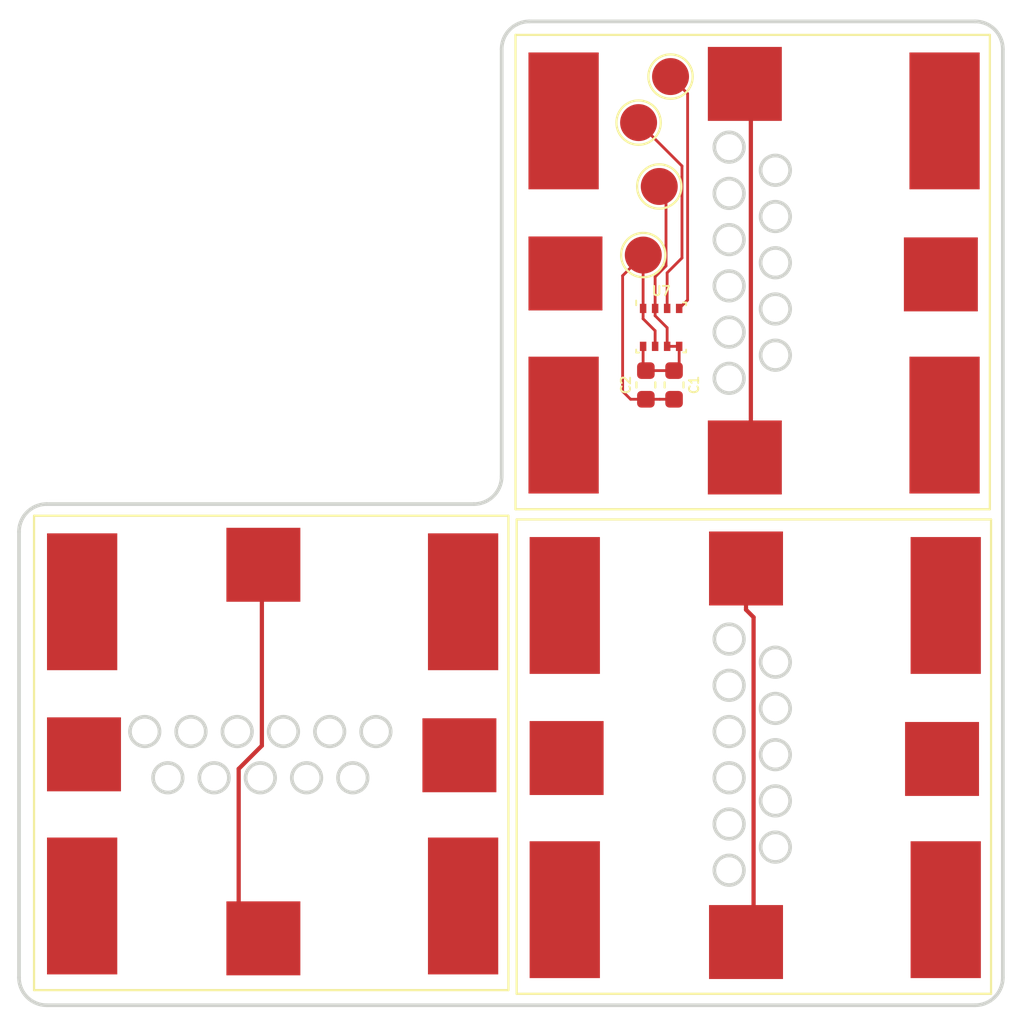
<source format=kicad_pcb>
(kicad_pcb (version 20171130) (host pcbnew "(5.1.10)-1")

  (general
    (thickness 0.8)
    (drawings 45)
    (tracks 43)
    (zones 0)
    (modules 10)
    (nets 26)
  )

  (page A4)
  (title_block
    (title "Perovskite Contact Board")
    (date 2023-07-20)
    (rev V3)
    (company "Aerospace eXperimental Payloads | UNL Aerospace Club")
    (comment 1 "Copyright (c) 2023")
    (comment 2 "Designer: JMMS")
    (comment 3 "Reviewer: WSA")
    (comment 4 "Approved: WSA")
  )

  (layers
    (0 F.Cu signal)
    (31 B.Cu signal)
    (32 B.Adhes user hide)
    (33 F.Adhes user)
    (34 B.Paste user)
    (35 F.Paste user)
    (36 B.SilkS user)
    (37 F.SilkS user)
    (38 B.Mask user)
    (39 F.Mask user)
    (40 Dwgs.User user hide)
    (41 Cmts.User user)
    (42 Eco1.User user hide)
    (43 Eco2.User user)
    (44 Edge.Cuts user)
    (45 Margin user hide)
    (46 B.CrtYd user)
    (47 F.CrtYd user)
    (48 B.Fab user hide)
    (49 F.Fab user hide)
  )

  (setup
    (last_trace_width 0.2286)
    (user_trace_width 0.1524)
    (user_trace_width 0.2286)
    (trace_clearance 0.1524)
    (zone_clearance 0.5)
    (zone_45_only no)
    (trace_min 0.1524)
    (via_size 0.8)
    (via_drill 0.4)
    (via_min_size 0.127)
    (via_min_drill 0.254)
    (user_via 0.508 0.254)
    (uvia_size 0.3)
    (uvia_drill 0.1)
    (uvias_allowed no)
    (uvia_min_size 0.2)
    (uvia_min_drill 0.1)
    (edge_width 0.1)
    (segment_width 0.2)
    (pcb_text_width 0.3)
    (pcb_text_size 1.5 1.5)
    (mod_edge_width 0.1)
    (mod_text_size 0.5 0.5)
    (mod_text_width 0.1)
    (pad_size 3.4 1.8)
    (pad_drill 0)
    (pad_to_mask_clearance 0)
    (aux_axis_origin 0 0)
    (visible_elements 7FFFFFFF)
    (pcbplotparams
      (layerselection 0x010fc_ffffffff)
      (usegerberextensions false)
      (usegerberattributes true)
      (usegerberadvancedattributes true)
      (creategerberjobfile true)
      (excludeedgelayer true)
      (linewidth 0.100000)
      (plotframeref false)
      (viasonmask false)
      (mode 1)
      (useauxorigin false)
      (hpglpennumber 1)
      (hpglpenspeed 20)
      (hpglpendiameter 15.000000)
      (psnegative false)
      (psa4output false)
      (plotreference true)
      (plotvalue true)
      (plotinvisibletext false)
      (padsonsilk false)
      (subtractmaskfromsilk false)
      (outputformat 1)
      (mirror false)
      (drillshape 0)
      (scaleselection 1)
      (outputdirectory "Gerbers"))
  )

  (net 0 "")
  (net 1 CELL_1)
  (net 2 CELL_2)
  (net 3 CELL_3)
  (net 4 CELL_4)
  (net 5 CELL_5)
  (net 6 CELL_6)
  (net 7 CP_1)
  (net 8 CELL_12)
  (net 9 CELL_11)
  (net 10 CELL_10)
  (net 11 CELL_9)
  (net 12 CELL_8)
  (net 13 CELL_7)
  (net 14 CP_2)
  (net 15 CELL_13)
  (net 16 CELL_14)
  (net 17 CELL_15)
  (net 18 CELL_16)
  (net 19 CELL_17)
  (net 20 CELL_18)
  (net 21 CP_3)
  (net 22 GND)
  (net 23 VDD)
  (net 24 SCL3)
  (net 25 SDA2)

  (net_class Default "This is the default net class."
    (clearance 0.1524)
    (trace_width 0.1524)
    (via_dia 0.8)
    (via_drill 0.4)
    (uvia_dia 0.3)
    (uvia_drill 0.1)
    (add_net CELL_1)
    (add_net CELL_10)
    (add_net CELL_11)
    (add_net CELL_12)
    (add_net CELL_13)
    (add_net CELL_14)
    (add_net CELL_15)
    (add_net CELL_16)
    (add_net CELL_17)
    (add_net CELL_18)
    (add_net CELL_2)
    (add_net CELL_3)
    (add_net CELL_4)
    (add_net CELL_5)
    (add_net CELL_6)
    (add_net CELL_7)
    (add_net CELL_8)
    (add_net CELL_9)
    (add_net CP_1)
    (add_net CP_2)
    (add_net CP_3)
    (add_net GND)
    (add_net SCL3)
    (add_net SDA2)
    (add_net VDD)
  )

  (module Package_LGA:Bosch_LGA-8_2.5x2.5mm_P0.65mm_ClockwisePinNumbering (layer F.Cu) (tedit 5A0FA816) (tstamp 64F84042)
    (at 157.988 87.4268)
    (descr LGA-8)
    (tags "lga land grid array")
    (path /64F7CCC1)
    (attr smd)
    (fp_text reference U7 (at 0 -1.9685) (layer F.SilkS)
      (effects (font (size 0.5 0.5) (thickness 0.1)))
    )
    (fp_text value BME280 (at 0.015 2.535) (layer F.Fab)
      (effects (font (size 1 1) (thickness 0.15)))
    )
    (fp_line (start -1.35 1.36) (end -1.2 1.36) (layer F.SilkS) (width 0.1))
    (fp_line (start -1.25 -0.5) (end -0.5 -1.25) (layer F.Fab) (width 0.1))
    (fp_line (start -1.35 1.35) (end -1.35 1.2) (layer F.SilkS) (width 0.1))
    (fp_line (start 1.35 1.35) (end 1.35 1.2) (layer F.SilkS) (width 0.1))
    (fp_line (start 1.35 1.35) (end 1.2 1.35) (layer F.SilkS) (width 0.1))
    (fp_line (start 1.2 -1.35) (end 1.35 -1.35) (layer F.SilkS) (width 0.1))
    (fp_line (start 1.35 -1.35) (end 1.35 -1.2) (layer F.SilkS) (width 0.1))
    (fp_line (start -1.35 -1.2) (end -1.35 -1.45) (layer F.SilkS) (width 0.1))
    (fp_line (start -1.25 1.25) (end -1.25 -0.5) (layer F.Fab) (width 0.1))
    (fp_line (start -0.5 -1.25) (end 1.25 -1.25) (layer F.Fab) (width 0.1))
    (fp_line (start 1.25 -1.25) (end 1.25 1.25) (layer F.Fab) (width 0.1))
    (fp_line (start 1.25 1.25) (end -1.25 1.25) (layer F.Fab) (width 0.1))
    (fp_line (start -1.41 1.54) (end -1.41 -1.54) (layer F.CrtYd) (width 0.05))
    (fp_line (start -1.41 -1.54) (end 1.41 -1.54) (layer F.CrtYd) (width 0.05))
    (fp_line (start 1.41 -1.54) (end 1.41 1.54) (layer F.CrtYd) (width 0.05))
    (fp_line (start 1.41 1.54) (end -1.41 1.54) (layer F.CrtYd) (width 0.05))
    (fp_text user %R (at 0 0 -180) (layer F.Fab)
      (effects (font (size 0.5 0.5) (thickness 0.075)))
    )
    (pad 5 smd rect (at 0.975 1.025 90) (size 0.5 0.35) (layers F.Cu F.Paste F.Mask)
      (net 23 VDD))
    (pad 6 smd rect (at 0.325 1.025 90) (size 0.5 0.35) (layers F.Cu F.Paste F.Mask)
      (net 23 VDD))
    (pad 7 smd rect (at -0.325 1.025 90) (size 0.5 0.35) (layers F.Cu F.Paste F.Mask)
      (net 22 GND))
    (pad 8 smd rect (at -0.975 1.025 90) (size 0.5 0.35) (layers F.Cu F.Paste F.Mask)
      (net 23 VDD))
    (pad 1 smd rect (at -0.975 -1.025 90) (size 0.5 0.35) (layers F.Cu F.Paste F.Mask)
      (net 22 GND))
    (pad 2 smd rect (at -0.325 -1.025 90) (size 0.5 0.35) (layers F.Cu F.Paste F.Mask)
      (net 23 VDD))
    (pad 3 smd rect (at 0.325 -1.025 90) (size 0.5 0.35) (layers F.Cu F.Paste F.Mask)
      (net 25 SDA2))
    (pad 4 smd rect (at 0.975 -1.025 90) (size 0.5 0.35) (layers F.Cu F.Paste F.Mask)
      (net 24 SCL3))
    (model ${KISYS3DMOD}/Package_LGA.3dshapes/Bosch_LGA-8_2.5x2.5mm_P0.65mm_ClockwisePinNumbering.wrl
      (offset (xyz 0.01500000025472259 -0.03500000059435272 0))
      (scale (xyz 1 1 1))
      (rotate (xyz 0 0 0))
    )
  )

  (module Capacitor_SMD:C_0603_1608Metric (layer F.Cu) (tedit 5F68FEEE) (tstamp 64F817B7)
    (at 157.1625 90.5383 270)
    (descr "Capacitor SMD 0603 (1608 Metric), square (rectangular) end terminal, IPC_7351 nominal, (Body size source: IPC-SM-782 page 76, https://www.pcb-3d.com/wordpress/wp-content/uploads/ipc-sm-782a_amendment_1_and_2.pdf), generated with kicad-footprint-generator")
    (tags capacitor)
    (path /64F85588)
    (attr smd)
    (fp_text reference C2 (at 0 1.0795 270) (layer F.SilkS)
      (effects (font (size 0.5 0.5) (thickness 0.1)))
    )
    (fp_text value 0.1u (at 0 1.43 270) (layer F.Fab)
      (effects (font (size 1 1) (thickness 0.15)))
    )
    (fp_line (start -0.8 0.4) (end -0.8 -0.4) (layer F.Fab) (width 0.1))
    (fp_line (start -0.8 -0.4) (end 0.8 -0.4) (layer F.Fab) (width 0.1))
    (fp_line (start 0.8 -0.4) (end 0.8 0.4) (layer F.Fab) (width 0.1))
    (fp_line (start 0.8 0.4) (end -0.8 0.4) (layer F.Fab) (width 0.1))
    (fp_line (start -0.14058 -0.51) (end 0.14058 -0.51) (layer F.SilkS) (width 0.12))
    (fp_line (start -0.14058 0.51) (end 0.14058 0.51) (layer F.SilkS) (width 0.12))
    (fp_line (start -1.48 0.73) (end -1.48 -0.73) (layer F.CrtYd) (width 0.05))
    (fp_line (start -1.48 -0.73) (end 1.48 -0.73) (layer F.CrtYd) (width 0.05))
    (fp_line (start 1.48 -0.73) (end 1.48 0.73) (layer F.CrtYd) (width 0.05))
    (fp_line (start 1.48 0.73) (end -1.48 0.73) (layer F.CrtYd) (width 0.05))
    (fp_text user %R (at 0 0 270) (layer F.Fab)
      (effects (font (size 0.4 0.4) (thickness 0.06)))
    )
    (pad 2 smd roundrect (at 0.775 0 270) (size 0.9 0.95) (layers F.Cu F.Paste F.Mask) (roundrect_rratio 0.25)
      (net 22 GND))
    (pad 1 smd roundrect (at -0.775 0 270) (size 0.9 0.95) (layers F.Cu F.Paste F.Mask) (roundrect_rratio 0.25)
      (net 23 VDD))
    (model ${KISYS3DMOD}/Capacitor_SMD.3dshapes/C_0603_1608Metric.wrl
      (at (xyz 0 0 0))
      (scale (xyz 1 1 1))
      (rotate (xyz 0 0 0))
    )
  )

  (module Capacitor_SMD:C_0603_1608Metric (layer F.Cu) (tedit 5F68FEEE) (tstamp 64F817A6)
    (at 158.6865 90.5383 270)
    (descr "Capacitor SMD 0603 (1608 Metric), square (rectangular) end terminal, IPC_7351 nominal, (Body size source: IPC-SM-782 page 76, https://www.pcb-3d.com/wordpress/wp-content/uploads/ipc-sm-782a_amendment_1_and_2.pdf), generated with kicad-footprint-generator")
    (tags capacitor)
    (path /64F92513)
    (attr smd)
    (fp_text reference C1 (at 0 -1.0795 270) (layer F.SilkS)
      (effects (font (size 0.5 0.5) (thickness 0.1)))
    )
    (fp_text value 0.1u (at 0 1.43 270) (layer F.Fab)
      (effects (font (size 1 1) (thickness 0.15)))
    )
    (fp_line (start -0.8 0.4) (end -0.8 -0.4) (layer F.Fab) (width 0.1))
    (fp_line (start -0.8 -0.4) (end 0.8 -0.4) (layer F.Fab) (width 0.1))
    (fp_line (start 0.8 -0.4) (end 0.8 0.4) (layer F.Fab) (width 0.1))
    (fp_line (start 0.8 0.4) (end -0.8 0.4) (layer F.Fab) (width 0.1))
    (fp_line (start -0.14058 -0.51) (end 0.14058 -0.51) (layer F.SilkS) (width 0.12))
    (fp_line (start -0.14058 0.51) (end 0.14058 0.51) (layer F.SilkS) (width 0.12))
    (fp_line (start -1.48 0.73) (end -1.48 -0.73) (layer F.CrtYd) (width 0.05))
    (fp_line (start -1.48 -0.73) (end 1.48 -0.73) (layer F.CrtYd) (width 0.05))
    (fp_line (start 1.48 -0.73) (end 1.48 0.73) (layer F.CrtYd) (width 0.05))
    (fp_line (start 1.48 0.73) (end -1.48 0.73) (layer F.CrtYd) (width 0.05))
    (fp_text user %R (at 0 0 270) (layer F.Fab)
      (effects (font (size 0.4 0.4) (thickness 0.06)))
    )
    (pad 2 smd roundrect (at 0.775 0 270) (size 0.9 0.95) (layers F.Cu F.Paste F.Mask) (roundrect_rratio 0.25)
      (net 22 GND))
    (pad 1 smd roundrect (at -0.775 0 270) (size 0.9 0.95) (layers F.Cu F.Paste F.Mask) (roundrect_rratio 0.25)
      (net 23 VDD))
    (model ${KISYS3DMOD}/Capacitor_SMD.3dshapes/C_0603_1608Metric.wrl
      (at (xyz 0 0 0))
      (scale (xyz 1 1 1))
      (rotate (xyz 0 0 0))
    )
  )

  (module Perovskite:Perovskite (layer F.Cu) (tedit 6368C0DA) (tstamp 64F830F9)
    (at 150.1775 123.463 90)
    (path /63690578)
    (fp_text reference U3 (at 0 0.5 90) (layer F.SilkS) hide
      (effects (font (size 0.5 0.5) (thickness 0.1)))
    )
    (fp_text value Perovskite_CP_6_Cell (at 0 -0.5 90) (layer F.Fab)
      (effects (font (size 1 1) (thickness 0.15)))
    )
    (fp_line (start 0 0) (end 25.65 0) (layer F.SilkS) (width 0.12))
    (fp_line (start 0 25.65) (end 25.65 25.65) (layer F.SilkS) (width 0.12))
    (fp_line (start 25.65 0) (end 25.65 25.65) (layer F.SilkS) (width 0.12))
    (fp_line (start 0 0) (end 0 25.65) (layer F.SilkS) (width 0.12))
    (fp_line (start 0 0) (end 25.65 25.65) (layer Eco1.User) (width 0.12))
    (fp_line (start 0 25.65) (end 25.65 0) (layer Eco1.User) (width 0.12))
    (pad 7 smd rect (at 23 12.4 90) (size 4 4) (layers F.Cu F.Paste F.Mask)
      (net 21 CP_3))
    (pad 7 smd rect (at 2.8 12.4 90) (size 4 4) (layers F.Cu F.Paste F.Mask)
      (net 21 CP_3))
    (pad 5 smd rect (at 12.7 23 90) (size 4 4) (layers F.Cu F.Paste F.Mask)
      (net 19 CELL_17))
    (pad 2 smd rect (at 12.75 2.7 90) (size 4 4) (layers F.Cu F.Paste F.Mask)
      (net 16 CELL_14))
    (pad 6 smd rect (at 4.55 23.2 90) (size 7.4 3.8) (layers F.Cu F.Paste F.Mask)
      (net 20 CELL_18))
    (pad 4 smd rect (at 21 23.2 90) (size 7.4 3.8) (layers F.Cu F.Paste F.Mask)
      (net 18 CELL_16))
    (pad 3 smd rect (at 21 2.6 90) (size 7.4 3.8) (layers F.Cu F.Paste F.Mask)
      (net 17 CELL_15))
    (pad 1 smd rect (at 4.55 2.6 90) (size 7.4 3.8) (layers F.Cu F.Paste F.Mask)
      (net 15 CELL_13))
    (model "${KIPRJMOD}/KiCAD Parts/Perovskite/Perovskite v2.step"
      (offset (xyz 12.5 -12.5 0))
      (scale (xyz 1 1 1))
      (rotate (xyz -90 0 0))
    )
  )

  (module TestPoint:TestPoint_Pad_D2.0mm (layer F.Cu) (tedit 5A0F774F) (tstamp 64B95F9D)
    (at 156.7688 76.3524)
    (descr "SMD pad as test Point, diameter 2.0mm")
    (tags "test point SMD pad")
    (path /64BA5C01)
    (attr virtual)
    (fp_text reference JP103.8 (at 0 -1.998) (layer Dwgs.User) hide
      (effects (font (size 1 1) (thickness 0.15)))
    )
    (fp_text value Conn_01x01 (at 0 2.05) (layer F.Fab)
      (effects (font (size 1 1) (thickness 0.15)))
    )
    (fp_circle (center 0 0) (end 0 1.2) (layer F.SilkS) (width 0.12))
    (fp_circle (center 0 0) (end 1.5 0) (layer F.CrtYd) (width 0.05))
    (fp_text user %R (at 0 -2) (layer F.Fab)
      (effects (font (size 1 1) (thickness 0.15)))
    )
    (pad 1 smd circle (at 0 0) (size 2 2) (layers F.Cu F.Mask)
      (net 25 SDA2))
  )

  (module TestPoint:TestPoint_Pad_D2.0mm (layer F.Cu) (tedit 5A0F774F) (tstamp 64B95F95)
    (at 158.496 73.8632)
    (descr "SMD pad as test Point, diameter 2.0mm")
    (tags "test point SMD pad")
    (path /64BA5848)
    (attr virtual)
    (fp_text reference JP103.11 (at 0 -1.998) (layer Dwgs.User) hide
      (effects (font (size 1 1) (thickness 0.15)))
    )
    (fp_text value Conn_01x01 (at 0 2.05) (layer F.Fab)
      (effects (font (size 1 1) (thickness 0.15)))
    )
    (fp_circle (center 0 0) (end 0 1.2) (layer F.SilkS) (width 0.12))
    (fp_circle (center 0 0) (end 1.5 0) (layer F.CrtYd) (width 0.05))
    (fp_text user %R (at 0 -2) (layer F.Fab)
      (effects (font (size 1 1) (thickness 0.15)))
    )
    (pad 1 smd circle (at 0 0) (size 2 2) (layers F.Cu F.Mask)
      (net 24 SCL3))
  )

  (module Perovskite:Perovskite (layer F.Cu) (tedit 6368C0DA) (tstamp 64B48492)
    (at 124.079 123.263 90)
    (path /6368D231)
    (fp_text reference U2 (at 0 0.5 90) (layer F.SilkS) hide
      (effects (font (size 0.5 0.5) (thickness 0.1)))
    )
    (fp_text value Perovskite_CP_6_Cell (at 0 -0.5 90) (layer F.Fab)
      (effects (font (size 1 1) (thickness 0.15)))
    )
    (fp_line (start 0 0) (end 25.65 0) (layer F.SilkS) (width 0.12))
    (fp_line (start 0 25.65) (end 25.65 25.65) (layer F.SilkS) (width 0.12))
    (fp_line (start 25.65 0) (end 25.65 25.65) (layer F.SilkS) (width 0.12))
    (fp_line (start 0 0) (end 0 25.65) (layer F.SilkS) (width 0.12))
    (fp_line (start 0 0) (end 25.65 25.65) (layer Eco1.User) (width 0.12))
    (fp_line (start 0 25.65) (end 25.65 0) (layer Eco1.User) (width 0.12))
    (pad 7 smd rect (at 23 12.4 90) (size 4 4) (layers F.Cu F.Paste F.Mask)
      (net 14 CP_2))
    (pad 7 smd rect (at 2.8 12.4 90) (size 4 4) (layers F.Cu F.Paste F.Mask)
      (net 14 CP_2))
    (pad 5 smd rect (at 12.7 23 90) (size 4 4) (layers F.Cu F.Paste F.Mask)
      (net 9 CELL_11))
    (pad 2 smd rect (at 12.75 2.7 90) (size 4 4) (layers F.Cu F.Paste F.Mask)
      (net 12 CELL_8))
    (pad 6 smd rect (at 4.55 23.2 90) (size 7.4 3.8) (layers F.Cu F.Paste F.Mask)
      (net 8 CELL_12))
    (pad 4 smd rect (at 21 23.2 90) (size 7.4 3.8) (layers F.Cu F.Paste F.Mask)
      (net 10 CELL_10))
    (pad 3 smd rect (at 21 2.6 90) (size 7.4 3.8) (layers F.Cu F.Paste F.Mask)
      (net 11 CELL_9))
    (pad 1 smd rect (at 4.55 2.6 90) (size 7.4 3.8) (layers F.Cu F.Paste F.Mask)
      (net 13 CELL_7))
    (model "${KIPRJMOD}/KiCAD Parts/Perovskite/Perovskite v2.step"
      (offset (xyz 12.5 -12.5 0))
      (scale (xyz 1 1 1))
      (rotate (xyz -90 0 0))
    )
  )

  (module TestPoint:TestPoint_Pad_D2.0mm (layer F.Cu) (tedit 5A0F774F) (tstamp 64B4844A)
    (at 157.8864 79.8068 180)
    (descr "SMD pad as test Point, diameter 2.0mm")
    (tags "test point SMD pad")
    (path /64B5D102)
    (attr virtual)
    (fp_text reference JP103.2 (at 0 1.905) (layer F.SilkS) hide
      (effects (font (size 0.5 0.5) (thickness 0.1)))
    )
    (fp_text value Conn_01x01 (at 0 2.05) (layer F.Fab)
      (effects (font (size 1 1) (thickness 0.15)))
    )
    (fp_circle (center 0 0) (end 0 1.2) (layer F.SilkS) (width 0.12))
    (fp_circle (center 0 0) (end 1.5 0) (layer F.CrtYd) (width 0.05))
    (fp_text user %R (at 0 -2) (layer F.Fab)
      (effects (font (size 1 1) (thickness 0.15)))
    )
    (pad 1 smd circle (at 0 0 180) (size 2 2) (layers F.Cu F.Mask)
      (net 23 VDD))
  )

  (module TestPoint:TestPoint_Pad_D2.0mm (layer F.Cu) (tedit 5A0F774F) (tstamp 64B48438)
    (at 157.0228 83.5152 270)
    (descr "SMD pad as test Point, diameter 2.0mm")
    (tags "test point SMD pad")
    (path /64B5D0FC)
    (attr virtual)
    (fp_text reference JP103.1 (at -1.905 0 180) (layer F.SilkS) hide
      (effects (font (size 0.5 0.5) (thickness 0.1)))
    )
    (fp_text value Conn_01x01 (at 0 2.05 270) (layer F.Fab) hide
      (effects (font (size 1 1) (thickness 0.15)))
    )
    (fp_circle (center 0 0) (end 1.5 0) (layer F.CrtYd) (width 0.05))
    (fp_circle (center 0 0) (end 0 1.2) (layer F.SilkS) (width 0.12))
    (fp_text user %R (at 0 -2 270) (layer F.Fab)
      (effects (font (size 1 1) (thickness 0.15)))
    )
    (pad 1 smd circle (at 0 0 270) (size 2 2) (layers F.Cu F.Mask)
      (net 22 GND))
  )

  (module Perovskite:Perovskite (layer F.Cu) (tedit 6368C0DA) (tstamp 64D66224)
    (at 150.114 97.26 90)
    (path /636879E9)
    (fp_text reference U1 (at 0 0.5 90) (layer F.SilkS) hide
      (effects (font (size 0.5 0.5) (thickness 0.1)))
    )
    (fp_text value Perovskite_CP_6_Cell (at 0 -0.5 90) (layer F.Fab)
      (effects (font (size 1 1) (thickness 0.15)))
    )
    (fp_line (start 0 0) (end 25.65 0) (layer F.SilkS) (width 0.12))
    (fp_line (start 0 25.65) (end 25.65 25.65) (layer F.SilkS) (width 0.12))
    (fp_line (start 25.65 0) (end 25.65 25.65) (layer F.SilkS) (width 0.12))
    (fp_line (start 0 0) (end 0 25.65) (layer F.SilkS) (width 0.12))
    (fp_line (start 0 0) (end 25.65 25.65) (layer Eco1.User) (width 0.12))
    (fp_line (start 0 25.65) (end 25.65 0) (layer Eco1.User) (width 0.12))
    (pad 7 smd rect (at 23 12.4 90) (size 4 4) (layers F.Cu F.Paste F.Mask)
      (net 7 CP_1))
    (pad 7 smd rect (at 2.8 12.4 90) (size 4 4) (layers F.Cu F.Paste F.Mask)
      (net 7 CP_1))
    (pad 5 smd rect (at 12.7 23 90) (size 4 4) (layers F.Cu F.Paste F.Mask)
      (net 5 CELL_5))
    (pad 2 smd rect (at 12.75 2.7 90) (size 4 4) (layers F.Cu F.Paste F.Mask)
      (net 2 CELL_2))
    (pad 6 smd rect (at 4.55 23.2 90) (size 7.4 3.8) (layers F.Cu F.Paste F.Mask)
      (net 6 CELL_6))
    (pad 4 smd rect (at 21 23.2 90) (size 7.4 3.8) (layers F.Cu F.Paste F.Mask)
      (net 4 CELL_4))
    (pad 3 smd rect (at 21 2.6 90) (size 7.4 3.8) (layers F.Cu F.Paste F.Mask)
      (net 3 CELL_3))
    (pad 1 smd rect (at 4.55 2.6 90) (size 7.4 3.8) (layers F.Cu F.Paste F.Mask)
      (net 1 CELL_1))
    (model "${KIPRJMOD}/KiCAD Parts/Perovskite/Perovskite v2.step"
      (offset (xyz 12.5 -12.5 0))
      (scale (xyz 1 1 1))
      (rotate (xyz -90 0 0))
    )
  )

  (gr_circle (center 161.6648 77.680401) (end 162.4648 77.680401) (layer Edge.Cuts) (width 0.2))
  (gr_circle (center 161.6648 82.680401) (end 162.4648 82.680401) (layer Edge.Cuts) (width 0.2))
  (gr_circle (center 164.1648 88.930401) (end 164.9648 88.930401) (layer Edge.Cuts) (width 0.2))
  (gr_circle (center 164.1648 113.0304) (end 164.9648 113.0304) (layer Edge.Cuts) (width 0.2))
  (gr_circle (center 142.5648 109.280401) (end 143.3648 109.280401) (layer Edge.Cuts) (width 0.2))
  (gr_circle (center 161.6648 80.180401) (end 162.4648 80.180401) (layer Edge.Cuts) (width 0.2))
  (gr_circle (center 161.6648 87.680401) (end 162.4648 87.680401) (layer Edge.Cuts) (width 0.2))
  (gr_circle (center 164.1648 115.5304) (end 164.9648 115.5304) (layer Edge.Cuts) (width 0.2))
  (gr_circle (center 141.3148 111.780401) (end 142.1148 111.780401) (layer Edge.Cuts) (width 0.2))
  (gr_circle (center 164.1648 83.930401) (end 164.9648 83.930401) (layer Edge.Cuts) (width 0.2))
  (gr_circle (center 137.5648 109.280401) (end 138.3648 109.280401) (layer Edge.Cuts) (width 0.2))
  (gr_circle (center 138.8148 111.780401) (end 139.6148 111.780401) (layer Edge.Cuts) (width 0.2))
  (gr_circle (center 132.5648 109.280401) (end 133.3648 109.280401) (layer Edge.Cuts) (width 0.2))
  (gr_circle (center 133.8148 111.780401) (end 134.6148 111.780401) (layer Edge.Cuts) (width 0.2))
  (gr_circle (center 131.3148 111.780401) (end 132.1148 111.780401) (layer Edge.Cuts) (width 0.2))
  (gr_circle (center 161.6648 106.780401) (end 162.4648 106.780401) (layer Edge.Cuts) (width 0.2))
  (gr_circle (center 161.6648 111.780401) (end 162.4648 111.780401) (layer Edge.Cuts) (width 0.2))
  (gr_circle (center 161.6648 114.2804) (end 162.4648 114.2804) (layer Edge.Cuts) (width 0.2))
  (gr_circle (center 161.6648 116.7804) (end 162.4648 116.7804) (layer Edge.Cuts) (width 0.2))
  (gr_circle (center 161.6648 104.280401) (end 162.4648 104.280401) (layer Edge.Cuts) (width 0.2))
  (gr_circle (center 136.3148 111.780401) (end 137.1148 111.780401) (layer Edge.Cuts) (width 0.2))
  (gr_circle (center 164.1648 110.530401) (end 164.9648 110.530401) (layer Edge.Cuts) (width 0.2))
  (gr_circle (center 164.1648 81.430401) (end 164.9648 81.430401) (layer Edge.Cuts) (width 0.2))
  (gr_circle (center 164.1648 78.930401) (end 164.9648 78.930401) (layer Edge.Cuts) (width 0.2))
  (gr_circle (center 161.6648 85.180401) (end 162.4648 85.180401) (layer Edge.Cuts) (width 0.2))
  (gr_circle (center 140.0648 109.280401) (end 140.8648 109.280401) (layer Edge.Cuts) (width 0.2))
  (gr_circle (center 161.6648 90.180401) (end 162.4648 90.180401) (layer Edge.Cuts) (width 0.2))
  (gr_circle (center 164.1648 86.430401) (end 164.9648 86.430401) (layer Edge.Cuts) (width 0.2))
  (gr_circle (center 135.0648 109.280401) (end 135.8648 109.280401) (layer Edge.Cuts) (width 0.2))
  (gr_circle (center 161.6648 109.280401) (end 162.4648 109.280401) (layer Edge.Cuts) (width 0.2))
  (gr_circle (center 164.1648 105.530401) (end 164.9648 105.530401) (layer Edge.Cuts) (width 0.2))
  (gr_line (start 149.3648 72.380401) (end 149.3648 95.480401) (layer Edge.Cuts) (width 0.2))
  (gr_line (start 124.7648 124.0804) (end 174.964799 124.0804) (layer Edge.Cuts) (width 0.2))
  (gr_circle (center 164.1648 108.030401) (end 164.9648 108.030401) (layer Edge.Cuts) (width 0.2))
  (gr_arc (start 124.7648 98.480401) (end 124.7648 96.980401) (angle -90) (layer Edge.Cuts) (width 0.2))
  (gr_line (start 174.964799 70.880401) (end 150.8648 70.880401) (layer Edge.Cuts) (width 0.2))
  (gr_arc (start 174.964799 72.380401) (end 176.464799 72.380401) (angle -90) (layer Edge.Cuts) (width 0.2))
  (gr_line (start 123.2648 98.480401) (end 123.2648 122.5804) (layer Edge.Cuts) (width 0.2))
  (gr_circle (center 130.0648 109.280401) (end 130.8648 109.280401) (layer Edge.Cuts) (width 0.2))
  (gr_arc (start 147.8648 95.480401) (end 147.8648 96.980401) (angle -90) (layer Edge.Cuts) (width 0.2))
  (gr_line (start 147.8648 96.980401) (end 124.7648 96.980401) (layer Edge.Cuts) (width 0.2))
  (gr_line (start 176.464799 122.5804) (end 176.464799 72.380401) (layer Edge.Cuts) (width 0.2))
  (gr_arc (start 150.8648 72.380401) (end 150.8648 70.880401) (angle -90) (layer Edge.Cuts) (width 0.2))
  (gr_arc (start 174.964799 122.5804) (end 174.964799 124.0804) (angle -90) (layer Edge.Cuts) (width 0.2))
  (gr_arc (start 124.7648 122.5804) (end 123.2648 122.5804) (angle -90) (layer Edge.Cuts) (width 0.2))

  (segment (start 162.839647 94.134353) (end 162.514 94.46) (width 0.2286) (layer F.Cu) (net 7))
  (segment (start 162.839647 74.585647) (end 162.839647 94.134353) (width 0.2286) (layer F.Cu) (net 7))
  (segment (start 162.514 74.26) (end 162.839647 74.585647) (width 0.2286) (layer F.Cu) (net 7))
  (segment (start 135.144586 119.128586) (end 136.479 120.463) (width 0.2286) (layer F.Cu) (net 14))
  (segment (start 135.144586 111.297642) (end 135.144586 119.128586) (width 0.2286) (layer F.Cu) (net 14))
  (segment (start 136.398588 110.04364) (end 135.144586 111.297642) (width 0.2286) (layer F.Cu) (net 14))
  (segment (start 136.398588 100.343412) (end 136.398588 110.04364) (width 0.2286) (layer F.Cu) (net 14))
  (segment (start 136.479 100.263) (end 136.398588 100.343412) (width 0.2286) (layer F.Cu) (net 14))
  (segment (start 162.986782 120.253718) (end 162.5775 120.663) (width 0.2286) (layer F.Cu) (net 21))
  (segment (start 162.986782 103.100882) (end 162.986782 120.253718) (width 0.2286) (layer F.Cu) (net 21))
  (segment (start 162.5775 102.6916) (end 162.986782 103.100882) (width 0.2286) (layer F.Cu) (net 21))
  (segment (start 162.5775 100.463) (end 162.5775 102.6916) (width 0.2286) (layer F.Cu) (net 21))
  (segment (start 157.013 83.525) (end 157.0228 83.5152) (width 0.1524) (layer F.Cu) (net 22))
  (segment (start 157.013 86.4018) (end 157.013 83.525) (width 0.1524) (layer F.Cu) (net 22))
  (segment (start 157.9121 91.3133) (end 158.6865 91.3133) (width 0.1524) (layer F.Cu) (net 22))
  (segment (start 157.1625 91.3133) (end 157.9121 91.3133) (width 0.1524) (layer F.Cu) (net 22))
  (segment (start 157.013 86.4018) (end 157.013 86.9598) (width 0.1524) (layer F.Cu) (net 22))
  (segment (start 157.663 87.6098) (end 157.663 88.4518) (width 0.1524) (layer F.Cu) (net 22))
  (segment (start 157.013 86.9598) (end 157.663 87.6098) (width 0.1524) (layer F.Cu) (net 22))
  (segment (start 157.1625 91.3133) (end 156.3373 91.3133) (width 0.1524) (layer F.Cu) (net 22))
  (segment (start 156.3373 91.3133) (end 155.9052 90.8812) (width 0.1524) (layer F.Cu) (net 22))
  (segment (start 155.9052 84.6328) (end 157.0228 83.5152) (width 0.1524) (layer F.Cu) (net 22))
  (segment (start 155.9052 90.8812) (end 155.9052 84.6328) (width 0.1524) (layer F.Cu) (net 22))
  (segment (start 158.251401 80.171801) (end 157.8864 79.8068) (width 0.1524) (layer F.Cu) (net 23))
  (segment (start 158.251401 84.104929) (end 158.251401 80.171801) (width 0.1524) (layer F.Cu) (net 23))
  (segment (start 157.663 84.69333) (end 158.251401 84.104929) (width 0.1524) (layer F.Cu) (net 23))
  (segment (start 157.663 86.4018) (end 157.663 84.69333) (width 0.1524) (layer F.Cu) (net 23))
  (segment (start 157.663 86.4018) (end 157.663 86.797) (width 0.1524) (layer F.Cu) (net 23))
  (segment (start 158.313 87.447) (end 158.313 88.4518) (width 0.1524) (layer F.Cu) (net 23))
  (segment (start 157.663 86.797) (end 158.313 87.447) (width 0.1524) (layer F.Cu) (net 23))
  (segment (start 158.963 88.4518) (end 158.313 88.4518) (width 0.1524) (layer F.Cu) (net 23))
  (segment (start 157.013 89.6138) (end 157.1625 89.7633) (width 0.1524) (layer F.Cu) (net 23))
  (segment (start 157.013 88.4518) (end 157.013 89.6138) (width 0.1524) (layer F.Cu) (net 23))
  (segment (start 158.963 89.4868) (end 158.6865 89.7633) (width 0.1524) (layer F.Cu) (net 23))
  (segment (start 158.963 88.4518) (end 158.963 89.4868) (width 0.1524) (layer F.Cu) (net 23))
  (segment (start 157.1625 89.7633) (end 158.6865 89.7633) (width 0.1524) (layer F.Cu) (net 23))
  (segment (start 159.419811 74.787011) (end 158.496 73.8632) (width 0.1524) (layer F.Cu) (net 24))
  (segment (start 159.419811 85.944989) (end 159.419811 74.787011) (width 0.1524) (layer F.Cu) (net 24))
  (segment (start 158.963 86.4018) (end 159.419811 85.944989) (width 0.1524) (layer F.Cu) (net 24))
  (segment (start 159.115001 78.698601) (end 156.7688 76.3524) (width 0.1524) (layer F.Cu) (net 25))
  (segment (start 159.115001 83.672395) (end 159.115001 78.698601) (width 0.1524) (layer F.Cu) (net 25))
  (segment (start 158.313 84.474396) (end 159.115001 83.672395) (width 0.1524) (layer F.Cu) (net 25))
  (segment (start 158.313 86.4018) (end 158.313 84.474396) (width 0.1524) (layer F.Cu) (net 25))

  (zone (net 22) (net_name GND) (layer B.Cu) (tstamp 64FD0493) (hatch edge 0.508)
    (connect_pads (clearance 0.1524))
    (min_thickness 0.1524)
    (fill yes (arc_segments 32) (thermal_gap 0.254) (thermal_bridge_width 0.254))
    (polygon
      (pts
        (xy 175.8315 71.5645) (xy 176.3395 72.3265) (xy 176.5935 73.596469) (xy 176.5935 121.3485) (xy 176.3395 122.1105)
        (xy 176.085788 122.6185) (xy 175.8315 123.1265) (xy 175.069662 123.6345) (xy 174.307824 124.1425) (xy 173.5455 124.1425)
        (xy 126.3015 124.1425) (xy 125.0315 123.8885) (xy 124.2695 123.3805) (xy 123.7615 122.8725) (xy 123.2535 121.6025)
        (xy 123.2535 99.5045) (xy 123.2535 98.9965) (xy 123.5075 98.4885) (xy 124.0155 97.9805) (xy 124.5235 97.4725)
        (xy 125.0315 97.0915) (xy 125.6665 96.9645) (xy 126.3015 96.8375) (xy 146.4945 96.8375) (xy 147.2565 96.7105)
        (xy 147.8915 96.4565) (xy 148.3995 96.0755) (xy 148.7805 95.5675) (xy 149.1615 94.932762) (xy 149.2885 93.9165)
        (xy 149.2885 93.1545) (xy 149.2885 73.8505) (xy 149.4155 73.0885) (xy 149.5425 72.7075) (xy 149.6695 72.4535)
        (xy 149.7965 72.1995) (xy 150.0505 71.8185) (xy 150.3095 71.5645) (xy 150.8125 71.1835) (xy 151.3205 70.9295)
        (xy 151.8285 70.8025) (xy 152.717445 70.802122) (xy 173.7995 70.793136) (xy 175.0695 71.0565)
      )
    )
  )
  (zone (net 0) (net_name "") (layer F.Mask) (tstamp 64FD0490) (hatch edge 0.508)
    (connect_pads (clearance 0.1524))
    (min_thickness 0.1524)
    (fill yes (arc_segments 32) (thermal_gap 0.254) (thermal_bridge_width 0.254))
    (polygon
      (pts
        (xy 177.6095 125.095) (xy 122.2375 125.095) (xy 122.2375 95.631) (xy 146.6215 95.631) (xy 148.1455 93.853)
        (xy 148.3995 69.723) (xy 177.6095 69.723)
      )
    )
    (filled_polygon
      (pts
        (xy 175.199451 70.898868) (xy 175.428324 70.953816) (xy 175.645785 71.043891) (xy 175.846477 71.166876) (xy 176.025459 71.319741)
        (xy 176.178324 71.498723) (xy 176.301309 71.699415) (xy 176.391384 71.916876) (xy 176.446332 72.145749) (xy 176.464799 72.380401)
        (xy 176.464799 122.5804) (xy 176.446332 122.815052) (xy 176.391384 123.043925) (xy 176.301309 123.261386) (xy 176.178324 123.462078)
        (xy 176.025459 123.64106) (xy 175.846477 123.793925) (xy 175.645785 123.91691) (xy 175.428324 124.006985) (xy 175.199451 124.061933)
        (xy 174.964799 124.0804) (xy 124.7648 124.0804) (xy 124.530148 124.061933) (xy 124.301275 124.006985) (xy 124.083814 123.91691)
        (xy 123.883122 123.793925) (xy 123.70414 123.64106) (xy 123.551275 123.462078) (xy 123.42829 123.261386) (xy 123.338215 123.043925)
        (xy 123.283267 122.815052) (xy 123.2648 122.5804) (xy 123.2648 116.7804) (xy 160.8648 116.7804) (xy 160.884858 116.958417)
        (xy 160.944025 117.127507) (xy 161.039335 117.279192) (xy 161.166008 117.405865) (xy 161.317693 117.501175) (xy 161.486783 117.560342)
        (xy 161.6648 117.5804) (xy 161.842817 117.560342) (xy 162.011907 117.501175) (xy 162.163592 117.405865) (xy 162.290265 117.279192)
        (xy 162.385575 117.127507) (xy 162.444742 116.958417) (xy 162.4648 116.7804) (xy 162.444742 116.602383) (xy 162.385575 116.433293)
        (xy 162.290265 116.281608) (xy 162.163592 116.154935) (xy 162.011907 116.059625) (xy 161.842817 116.000458) (xy 161.6648 115.9804)
        (xy 161.486783 116.000458) (xy 161.317693 116.059625) (xy 161.166008 116.154935) (xy 161.039335 116.281608) (xy 160.944025 116.433293)
        (xy 160.884858 116.602383) (xy 160.8648 116.7804) (xy 123.2648 116.7804) (xy 123.2648 115.5304) (xy 163.3648 115.5304)
        (xy 163.384858 115.708417) (xy 163.444025 115.877507) (xy 163.539335 116.029192) (xy 163.666008 116.155865) (xy 163.817693 116.251175)
        (xy 163.986783 116.310342) (xy 164.1648 116.3304) (xy 164.342817 116.310342) (xy 164.511907 116.251175) (xy 164.663592 116.155865)
        (xy 164.790265 116.029192) (xy 164.885575 115.877507) (xy 164.944742 115.708417) (xy 164.9648 115.5304) (xy 164.944742 115.352383)
        (xy 164.885575 115.183293) (xy 164.790265 115.031608) (xy 164.663592 114.904935) (xy 164.511907 114.809625) (xy 164.342817 114.750458)
        (xy 164.1648 114.7304) (xy 163.986783 114.750458) (xy 163.817693 114.809625) (xy 163.666008 114.904935) (xy 163.539335 115.031608)
        (xy 163.444025 115.183293) (xy 163.384858 115.352383) (xy 163.3648 115.5304) (xy 123.2648 115.5304) (xy 123.2648 114.2804)
        (xy 160.8648 114.2804) (xy 160.884858 114.458417) (xy 160.944025 114.627507) (xy 161.039335 114.779192) (xy 161.166008 114.905865)
        (xy 161.317693 115.001175) (xy 161.486783 115.060342) (xy 161.6648 115.0804) (xy 161.842817 115.060342) (xy 162.011907 115.001175)
        (xy 162.163592 114.905865) (xy 162.290265 114.779192) (xy 162.385575 114.627507) (xy 162.444742 114.458417) (xy 162.4648 114.2804)
        (xy 162.444742 114.102383) (xy 162.385575 113.933293) (xy 162.290265 113.781608) (xy 162.163592 113.654935) (xy 162.011907 113.559625)
        (xy 161.842817 113.500458) (xy 161.6648 113.4804) (xy 161.486783 113.500458) (xy 161.317693 113.559625) (xy 161.166008 113.654935)
        (xy 161.039335 113.781608) (xy 160.944025 113.933293) (xy 160.884858 114.102383) (xy 160.8648 114.2804) (xy 123.2648 114.2804)
        (xy 123.2648 113.0304) (xy 163.3648 113.0304) (xy 163.384858 113.208417) (xy 163.444025 113.377507) (xy 163.539335 113.529192)
        (xy 163.666008 113.655865) (xy 163.817693 113.751175) (xy 163.986783 113.810342) (xy 164.1648 113.8304) (xy 164.342817 113.810342)
        (xy 164.511907 113.751175) (xy 164.663592 113.655865) (xy 164.790265 113.529192) (xy 164.885575 113.377507) (xy 164.944742 113.208417)
        (xy 164.9648 113.0304) (xy 164.944742 112.852383) (xy 164.885575 112.683293) (xy 164.790265 112.531608) (xy 164.663592 112.404935)
        (xy 164.511907 112.309625) (xy 164.342817 112.250458) (xy 164.1648 112.2304) (xy 163.986783 112.250458) (xy 163.817693 112.309625)
        (xy 163.666008 112.404935) (xy 163.539335 112.531608) (xy 163.444025 112.683293) (xy 163.384858 112.852383) (xy 163.3648 113.0304)
        (xy 123.2648 113.0304) (xy 123.2648 111.780401) (xy 130.5148 111.780401) (xy 130.534858 111.958418) (xy 130.594025 112.127508)
        (xy 130.689335 112.279193) (xy 130.816008 112.405866) (xy 130.967693 112.501176) (xy 131.136783 112.560343) (xy 131.3148 112.580401)
        (xy 131.492817 112.560343) (xy 131.661907 112.501176) (xy 131.813592 112.405866) (xy 131.940265 112.279193) (xy 132.035575 112.127508)
        (xy 132.094742 111.958418) (xy 132.1148 111.780401) (xy 133.0148 111.780401) (xy 133.034858 111.958418) (xy 133.094025 112.127508)
        (xy 133.189335 112.279193) (xy 133.316008 112.405866) (xy 133.467693 112.501176) (xy 133.636783 112.560343) (xy 133.8148 112.580401)
        (xy 133.992817 112.560343) (xy 134.161907 112.501176) (xy 134.313592 112.405866) (xy 134.440265 112.279193) (xy 134.535575 112.127508)
        (xy 134.594742 111.958418) (xy 134.6148 111.780401) (xy 135.5148 111.780401) (xy 135.534858 111.958418) (xy 135.594025 112.127508)
        (xy 135.689335 112.279193) (xy 135.816008 112.405866) (xy 135.967693 112.501176) (xy 136.136783 112.560343) (xy 136.3148 112.580401)
        (xy 136.492817 112.560343) (xy 136.661907 112.501176) (xy 136.813592 112.405866) (xy 136.940265 112.279193) (xy 137.035575 112.127508)
        (xy 137.094742 111.958418) (xy 137.1148 111.780401) (xy 138.0148 111.780401) (xy 138.034858 111.958418) (xy 138.094025 112.127508)
        (xy 138.189335 112.279193) (xy 138.316008 112.405866) (xy 138.467693 112.501176) (xy 138.636783 112.560343) (xy 138.8148 112.580401)
        (xy 138.992817 112.560343) (xy 139.161907 112.501176) (xy 139.313592 112.405866) (xy 139.440265 112.279193) (xy 139.535575 112.127508)
        (xy 139.594742 111.958418) (xy 139.6148 111.780401) (xy 140.5148 111.780401) (xy 140.534858 111.958418) (xy 140.594025 112.127508)
        (xy 140.689335 112.279193) (xy 140.816008 112.405866) (xy 140.967693 112.501176) (xy 141.136783 112.560343) (xy 141.3148 112.580401)
        (xy 141.492817 112.560343) (xy 141.661907 112.501176) (xy 141.813592 112.405866) (xy 141.940265 112.279193) (xy 142.035575 112.127508)
        (xy 142.094742 111.958418) (xy 142.1148 111.780401) (xy 160.8648 111.780401) (xy 160.884858 111.958418) (xy 160.944025 112.127508)
        (xy 161.039335 112.279193) (xy 161.166008 112.405866) (xy 161.317693 112.501176) (xy 161.486783 112.560343) (xy 161.6648 112.580401)
        (xy 161.842817 112.560343) (xy 162.011907 112.501176) (xy 162.163592 112.405866) (xy 162.290265 112.279193) (xy 162.385575 112.127508)
        (xy 162.444742 111.958418) (xy 162.4648 111.780401) (xy 162.444742 111.602384) (xy 162.385575 111.433294) (xy 162.290265 111.281609)
        (xy 162.163592 111.154936) (xy 162.011907 111.059626) (xy 161.842817 111.000459) (xy 161.6648 110.980401) (xy 161.486783 111.000459)
        (xy 161.317693 111.059626) (xy 161.166008 111.154936) (xy 161.039335 111.281609) (xy 160.944025 111.433294) (xy 160.884858 111.602384)
        (xy 160.8648 111.780401) (xy 142.1148 111.780401) (xy 142.094742 111.602384) (xy 142.035575 111.433294) (xy 141.940265 111.281609)
        (xy 141.813592 111.154936) (xy 141.661907 111.059626) (xy 141.492817 111.000459) (xy 141.3148 110.980401) (xy 141.136783 111.000459)
        (xy 140.967693 111.059626) (xy 140.816008 111.154936) (xy 140.689335 111.281609) (xy 140.594025 111.433294) (xy 140.534858 111.602384)
        (xy 140.5148 111.780401) (xy 139.6148 111.780401) (xy 139.594742 111.602384) (xy 139.535575 111.433294) (xy 139.440265 111.281609)
        (xy 139.313592 111.154936) (xy 139.161907 111.059626) (xy 138.992817 111.000459) (xy 138.8148 110.980401) (xy 138.636783 111.000459)
        (xy 138.467693 111.059626) (xy 138.316008 111.154936) (xy 138.189335 111.281609) (xy 138.094025 111.433294) (xy 138.034858 111.602384)
        (xy 138.0148 111.780401) (xy 137.1148 111.780401) (xy 137.094742 111.602384) (xy 137.035575 111.433294) (xy 136.940265 111.281609)
        (xy 136.813592 111.154936) (xy 136.661907 111.059626) (xy 136.492817 111.000459) (xy 136.3148 110.980401) (xy 136.136783 111.000459)
        (xy 135.967693 111.059626) (xy 135.816008 111.154936) (xy 135.689335 111.281609) (xy 135.594025 111.433294) (xy 135.534858 111.602384)
        (xy 135.5148 111.780401) (xy 134.6148 111.780401) (xy 134.594742 111.602384) (xy 134.535575 111.433294) (xy 134.440265 111.281609)
        (xy 134.313592 111.154936) (xy 134.161907 111.059626) (xy 133.992817 111.000459) (xy 133.8148 110.980401) (xy 133.636783 111.000459)
        (xy 133.467693 111.059626) (xy 133.316008 111.154936) (xy 133.189335 111.281609) (xy 133.094025 111.433294) (xy 133.034858 111.602384)
        (xy 133.0148 111.780401) (xy 132.1148 111.780401) (xy 132.094742 111.602384) (xy 132.035575 111.433294) (xy 131.940265 111.281609)
        (xy 131.813592 111.154936) (xy 131.661907 111.059626) (xy 131.492817 111.000459) (xy 131.3148 110.980401) (xy 131.136783 111.000459)
        (xy 130.967693 111.059626) (xy 130.816008 111.154936) (xy 130.689335 111.281609) (xy 130.594025 111.433294) (xy 130.534858 111.602384)
        (xy 130.5148 111.780401) (xy 123.2648 111.780401) (xy 123.2648 110.530401) (xy 163.3648 110.530401) (xy 163.384858 110.708418)
        (xy 163.444025 110.877508) (xy 163.539335 111.029193) (xy 163.666008 111.155866) (xy 163.817693 111.251176) (xy 163.986783 111.310343)
        (xy 164.1648 111.330401) (xy 164.342817 111.310343) (xy 164.511907 111.251176) (xy 164.663592 111.155866) (xy 164.790265 111.029193)
        (xy 164.885575 110.877508) (xy 164.944742 110.708418) (xy 164.9648 110.530401) (xy 164.944742 110.352384) (xy 164.885575 110.183294)
        (xy 164.790265 110.031609) (xy 164.663592 109.904936) (xy 164.511907 109.809626) (xy 164.342817 109.750459) (xy 164.1648 109.730401)
        (xy 163.986783 109.750459) (xy 163.817693 109.809626) (xy 163.666008 109.904936) (xy 163.539335 110.031609) (xy 163.444025 110.183294)
        (xy 163.384858 110.352384) (xy 163.3648 110.530401) (xy 123.2648 110.530401) (xy 123.2648 109.280401) (xy 129.2648 109.280401)
        (xy 129.284858 109.458418) (xy 129.344025 109.627508) (xy 129.439335 109.779193) (xy 129.566008 109.905866) (xy 129.717693 110.001176)
        (xy 129.886783 110.060343) (xy 130.0648 110.080401) (xy 130.242817 110.060343) (xy 130.411907 110.001176) (xy 130.563592 109.905866)
        (xy 130.690265 109.779193) (xy 130.785575 109.627508) (xy 130.844742 109.458418) (xy 130.8648 109.280401) (xy 131.7648 109.280401)
        (xy 131.784858 109.458418) (xy 131.844025 109.627508) (xy 131.939335 109.779193) (xy 132.066008 109.905866) (xy 132.217693 110.001176)
        (xy 132.386783 110.060343) (xy 132.5648 110.080401) (xy 132.742817 110.060343) (xy 132.911907 110.001176) (xy 133.063592 109.905866)
        (xy 133.190265 109.779193) (xy 133.285575 109.627508) (xy 133.344742 109.458418) (xy 133.3648 109.280401) (xy 134.2648 109.280401)
        (xy 134.284858 109.458418) (xy 134.344025 109.627508) (xy 134.439335 109.779193) (xy 134.566008 109.905866) (xy 134.717693 110.001176)
        (xy 134.886783 110.060343) (xy 135.0648 110.080401) (xy 135.242817 110.060343) (xy 135.411907 110.001176) (xy 135.563592 109.905866)
        (xy 135.690265 109.779193) (xy 135.785575 109.627508) (xy 135.844742 109.458418) (xy 135.8648 109.280401) (xy 136.7648 109.280401)
        (xy 136.784858 109.458418) (xy 136.844025 109.627508) (xy 136.939335 109.779193) (xy 137.066008 109.905866) (xy 137.217693 110.001176)
        (xy 137.386783 110.060343) (xy 137.5648 110.080401) (xy 137.742817 110.060343) (xy 137.911907 110.001176) (xy 138.063592 109.905866)
        (xy 138.190265 109.779193) (xy 138.285575 109.627508) (xy 138.344742 109.458418) (xy 138.3648 109.280401) (xy 139.2648 109.280401)
        (xy 139.284858 109.458418) (xy 139.344025 109.627508) (xy 139.439335 109.779193) (xy 139.566008 109.905866) (xy 139.717693 110.001176)
        (xy 139.886783 110.060343) (xy 140.0648 110.080401) (xy 140.242817 110.060343) (xy 140.411907 110.001176) (xy 140.563592 109.905866)
        (xy 140.690265 109.779193) (xy 140.785575 109.627508) (xy 140.844742 109.458418) (xy 140.8648 109.280401) (xy 141.7648 109.280401)
        (xy 141.784858 109.458418) (xy 141.844025 109.627508) (xy 141.939335 109.779193) (xy 142.066008 109.905866) (xy 142.217693 110.001176)
        (xy 142.386783 110.060343) (xy 142.5648 110.080401) (xy 142.742817 110.060343) (xy 142.911907 110.001176) (xy 143.063592 109.905866)
        (xy 143.190265 109.779193) (xy 143.285575 109.627508) (xy 143.344742 109.458418) (xy 143.3648 109.280401) (xy 160.8648 109.280401)
        (xy 160.884858 109.458418) (xy 160.944025 109.627508) (xy 161.039335 109.779193) (xy 161.166008 109.905866) (xy 161.317693 110.001176)
        (xy 161.486783 110.060343) (xy 161.6648 110.080401) (xy 161.842817 110.060343) (xy 162.011907 110.001176) (xy 162.163592 109.905866)
        (xy 162.290265 109.779193) (xy 162.385575 109.627508) (xy 162.444742 109.458418) (xy 162.4648 109.280401) (xy 162.444742 109.102384)
        (xy 162.385575 108.933294) (xy 162.290265 108.781609) (xy 162.163592 108.654936) (xy 162.011907 108.559626) (xy 161.842817 108.500459)
        (xy 161.6648 108.480401) (xy 161.486783 108.500459) (xy 161.317693 108.559626) (xy 161.166008 108.654936) (xy 161.039335 108.781609)
        (xy 160.944025 108.933294) (xy 160.884858 109.102384) (xy 160.8648 109.280401) (xy 143.3648 109.280401) (xy 143.344742 109.102384)
        (xy 143.285575 108.933294) (xy 143.190265 108.781609) (xy 143.063592 108.654936) (xy 142.911907 108.559626) (xy 142.742817 108.500459)
        (xy 142.5648 108.480401) (xy 142.386783 108.500459) (xy 142.217693 108.559626) (xy 142.066008 108.654936) (xy 141.939335 108.781609)
        (xy 141.844025 108.933294) (xy 141.784858 109.102384) (xy 141.7648 109.280401) (xy 140.8648 109.280401) (xy 140.844742 109.102384)
        (xy 140.785575 108.933294) (xy 140.690265 108.781609) (xy 140.563592 108.654936) (xy 140.411907 108.559626) (xy 140.242817 108.500459)
        (xy 140.0648 108.480401) (xy 139.886783 108.500459) (xy 139.717693 108.559626) (xy 139.566008 108.654936) (xy 139.439335 108.781609)
        (xy 139.344025 108.933294) (xy 139.284858 109.102384) (xy 139.2648 109.280401) (xy 138.3648 109.280401) (xy 138.344742 109.102384)
        (xy 138.285575 108.933294) (xy 138.190265 108.781609) (xy 138.063592 108.654936) (xy 137.911907 108.559626) (xy 137.742817 108.500459)
        (xy 137.5648 108.480401) (xy 137.386783 108.500459) (xy 137.217693 108.559626) (xy 137.066008 108.654936) (xy 136.939335 108.781609)
        (xy 136.844025 108.933294) (xy 136.784858 109.102384) (xy 136.7648 109.280401) (xy 135.8648 109.280401) (xy 135.844742 109.102384)
        (xy 135.785575 108.933294) (xy 135.690265 108.781609) (xy 135.563592 108.654936) (xy 135.411907 108.559626) (xy 135.242817 108.500459)
        (xy 135.0648 108.480401) (xy 134.886783 108.500459) (xy 134.717693 108.559626) (xy 134.566008 108.654936) (xy 134.439335 108.781609)
        (xy 134.344025 108.933294) (xy 134.284858 109.102384) (xy 134.2648 109.280401) (xy 133.3648 109.280401) (xy 133.344742 109.102384)
        (xy 133.285575 108.933294) (xy 133.190265 108.781609) (xy 133.063592 108.654936) (xy 132.911907 108.559626) (xy 132.742817 108.500459)
        (xy 132.5648 108.480401) (xy 132.386783 108.500459) (xy 132.217693 108.559626) (xy 132.066008 108.654936) (xy 131.939335 108.781609)
        (xy 131.844025 108.933294) (xy 131.784858 109.102384) (xy 131.7648 109.280401) (xy 130.8648 109.280401) (xy 130.844742 109.102384)
        (xy 130.785575 108.933294) (xy 130.690265 108.781609) (xy 130.563592 108.654936) (xy 130.411907 108.559626) (xy 130.242817 108.500459)
        (xy 130.0648 108.480401) (xy 129.886783 108.500459) (xy 129.717693 108.559626) (xy 129.566008 108.654936) (xy 129.439335 108.781609)
        (xy 129.344025 108.933294) (xy 129.284858 109.102384) (xy 129.2648 109.280401) (xy 123.2648 109.280401) (xy 123.2648 108.030401)
        (xy 163.3648 108.030401) (xy 163.384858 108.208418) (xy 163.444025 108.377508) (xy 163.539335 108.529193) (xy 163.666008 108.655866)
        (xy 163.817693 108.751176) (xy 163.986783 108.810343) (xy 164.1648 108.830401) (xy 164.342817 108.810343) (xy 164.511907 108.751176)
        (xy 164.663592 108.655866) (xy 164.790265 108.529193) (xy 164.885575 108.377508) (xy 164.944742 108.208418) (xy 164.9648 108.030401)
        (xy 164.944742 107.852384) (xy 164.885575 107.683294) (xy 164.790265 107.531609) (xy 164.663592 107.404936) (xy 164.511907 107.309626)
        (xy 164.342817 107.250459) (xy 164.1648 107.230401) (xy 163.986783 107.250459) (xy 163.817693 107.309626) (xy 163.666008 107.404936)
        (xy 163.539335 107.531609) (xy 163.444025 107.683294) (xy 163.384858 107.852384) (xy 163.3648 108.030401) (xy 123.2648 108.030401)
        (xy 123.2648 106.780401) (xy 160.8648 106.780401) (xy 160.884858 106.958418) (xy 160.944025 107.127508) (xy 161.039335 107.279193)
        (xy 161.166008 107.405866) (xy 161.317693 107.501176) (xy 161.486783 107.560343) (xy 161.6648 107.580401) (xy 161.842817 107.560343)
        (xy 162.011907 107.501176) (xy 162.163592 107.405866) (xy 162.290265 107.279193) (xy 162.385575 107.127508) (xy 162.444742 106.958418)
        (xy 162.4648 106.780401) (xy 162.444742 106.602384) (xy 162.385575 106.433294) (xy 162.290265 106.281609) (xy 162.163592 106.154936)
        (xy 162.011907 106.059626) (xy 161.842817 106.000459) (xy 161.6648 105.980401) (xy 161.486783 106.000459) (xy 161.317693 106.059626)
        (xy 161.166008 106.154936) (xy 161.039335 106.281609) (xy 160.944025 106.433294) (xy 160.884858 106.602384) (xy 160.8648 106.780401)
        (xy 123.2648 106.780401) (xy 123.2648 105.530401) (xy 163.3648 105.530401) (xy 163.384858 105.708418) (xy 163.444025 105.877508)
        (xy 163.539335 106.029193) (xy 163.666008 106.155866) (xy 163.817693 106.251176) (xy 163.986783 106.310343) (xy 164.1648 106.330401)
        (xy 164.342817 106.310343) (xy 164.511907 106.251176) (xy 164.663592 106.155866) (xy 164.790265 106.029193) (xy 164.885575 105.877508)
        (xy 164.944742 105.708418) (xy 164.9648 105.530401) (xy 164.944742 105.352384) (xy 164.885575 105.183294) (xy 164.790265 105.031609)
        (xy 164.663592 104.904936) (xy 164.511907 104.809626) (xy 164.342817 104.750459) (xy 164.1648 104.730401) (xy 163.986783 104.750459)
        (xy 163.817693 104.809626) (xy 163.666008 104.904936) (xy 163.539335 105.031609) (xy 163.444025 105.183294) (xy 163.384858 105.352384)
        (xy 163.3648 105.530401) (xy 123.2648 105.530401) (xy 123.2648 104.280401) (xy 160.8648 104.280401) (xy 160.884858 104.458418)
        (xy 160.944025 104.627508) (xy 161.039335 104.779193) (xy 161.166008 104.905866) (xy 161.317693 105.001176) (xy 161.486783 105.060343)
        (xy 161.6648 105.080401) (xy 161.842817 105.060343) (xy 162.011907 105.001176) (xy 162.163592 104.905866) (xy 162.290265 104.779193)
        (xy 162.385575 104.627508) (xy 162.444742 104.458418) (xy 162.4648 104.280401) (xy 162.444742 104.102384) (xy 162.385575 103.933294)
        (xy 162.290265 103.781609) (xy 162.163592 103.654936) (xy 162.011907 103.559626) (xy 161.842817 103.500459) (xy 161.6648 103.480401)
        (xy 161.486783 103.500459) (xy 161.317693 103.559626) (xy 161.166008 103.654936) (xy 161.039335 103.781609) (xy 160.944025 103.933294)
        (xy 160.884858 104.102384) (xy 160.8648 104.280401) (xy 123.2648 104.280401) (xy 123.2648 98.480401) (xy 123.283267 98.245749)
        (xy 123.338215 98.016876) (xy 123.42829 97.799415) (xy 123.551275 97.598723) (xy 123.70414 97.419741) (xy 123.883122 97.266876)
        (xy 124.083814 97.143891) (xy 124.301275 97.053816) (xy 124.530148 96.998868) (xy 124.7648 96.980401) (xy 147.8648 96.980401)
        (xy 148.099452 96.961934) (xy 148.328325 96.906986) (xy 148.545786 96.816911) (xy 148.746478 96.693926) (xy 148.92546 96.541061)
        (xy 149.078325 96.362079) (xy 149.20131 96.161387) (xy 149.291385 95.943926) (xy 149.346333 95.715053) (xy 149.3648 95.480401)
        (xy 149.3648 90.180401) (xy 160.8648 90.180401) (xy 160.884858 90.358418) (xy 160.944025 90.527508) (xy 161.039335 90.679193)
        (xy 161.166008 90.805866) (xy 161.317693 90.901176) (xy 161.486783 90.960343) (xy 161.6648 90.980401) (xy 161.842817 90.960343)
        (xy 162.011907 90.901176) (xy 162.163592 90.805866) (xy 162.290265 90.679193) (xy 162.385575 90.527508) (xy 162.444742 90.358418)
        (xy 162.4648 90.180401) (xy 162.444742 90.002384) (xy 162.385575 89.833294) (xy 162.290265 89.681609) (xy 162.163592 89.554936)
        (xy 162.011907 89.459626) (xy 161.842817 89.400459) (xy 161.6648 89.380401) (xy 161.486783 89.400459) (xy 161.317693 89.459626)
        (xy 161.166008 89.554936) (xy 161.039335 89.681609) (xy 160.944025 89.833294) (xy 160.884858 90.002384) (xy 160.8648 90.180401)
        (xy 149.3648 90.180401) (xy 149.3648 88.930401) (xy 163.3648 88.930401) (xy 163.384858 89.108418) (xy 163.444025 89.277508)
        (xy 163.539335 89.429193) (xy 163.666008 89.555866) (xy 163.817693 89.651176) (xy 163.986783 89.710343) (xy 164.1648 89.730401)
        (xy 164.342817 89.710343) (xy 164.511907 89.651176) (xy 164.663592 89.555866) (xy 164.790265 89.429193) (xy 164.885575 89.277508)
        (xy 164.944742 89.108418) (xy 164.9648 88.930401) (xy 164.944742 88.752384) (xy 164.885575 88.583294) (xy 164.790265 88.431609)
        (xy 164.663592 88.304936) (xy 164.511907 88.209626) (xy 164.342817 88.150459) (xy 164.1648 88.130401) (xy 163.986783 88.150459)
        (xy 163.817693 88.209626) (xy 163.666008 88.304936) (xy 163.539335 88.431609) (xy 163.444025 88.583294) (xy 163.384858 88.752384)
        (xy 163.3648 88.930401) (xy 149.3648 88.930401) (xy 149.3648 87.680401) (xy 160.8648 87.680401) (xy 160.884858 87.858418)
        (xy 160.944025 88.027508) (xy 161.039335 88.179193) (xy 161.166008 88.305866) (xy 161.317693 88.401176) (xy 161.486783 88.460343)
        (xy 161.6648 88.480401) (xy 161.842817 88.460343) (xy 162.011907 88.401176) (xy 162.163592 88.305866) (xy 162.290265 88.179193)
        (xy 162.385575 88.027508) (xy 162.444742 87.858418) (xy 162.4648 87.680401) (xy 162.444742 87.502384) (xy 162.385575 87.333294)
        (xy 162.290265 87.181609) (xy 162.163592 87.054936) (xy 162.011907 86.959626) (xy 161.842817 86.900459) (xy 161.6648 86.880401)
        (xy 161.486783 86.900459) (xy 161.317693 86.959626) (xy 161.166008 87.054936) (xy 161.039335 87.181609) (xy 160.944025 87.333294)
        (xy 160.884858 87.502384) (xy 160.8648 87.680401) (xy 149.3648 87.680401) (xy 149.3648 86.430401) (xy 163.3648 86.430401)
        (xy 163.384858 86.608418) (xy 163.444025 86.777508) (xy 163.539335 86.929193) (xy 163.666008 87.055866) (xy 163.817693 87.151176)
        (xy 163.986783 87.210343) (xy 164.1648 87.230401) (xy 164.342817 87.210343) (xy 164.511907 87.151176) (xy 164.663592 87.055866)
        (xy 164.790265 86.929193) (xy 164.885575 86.777508) (xy 164.944742 86.608418) (xy 164.9648 86.430401) (xy 164.944742 86.252384)
        (xy 164.885575 86.083294) (xy 164.790265 85.931609) (xy 164.663592 85.804936) (xy 164.511907 85.709626) (xy 164.342817 85.650459)
        (xy 164.1648 85.630401) (xy 163.986783 85.650459) (xy 163.817693 85.709626) (xy 163.666008 85.804936) (xy 163.539335 85.931609)
        (xy 163.444025 86.083294) (xy 163.384858 86.252384) (xy 163.3648 86.430401) (xy 149.3648 86.430401) (xy 149.3648 85.180401)
        (xy 160.8648 85.180401) (xy 160.884858 85.358418) (xy 160.944025 85.527508) (xy 161.039335 85.679193) (xy 161.166008 85.805866)
        (xy 161.317693 85.901176) (xy 161.486783 85.960343) (xy 161.6648 85.980401) (xy 161.842817 85.960343) (xy 162.011907 85.901176)
        (xy 162.163592 85.805866) (xy 162.290265 85.679193) (xy 162.385575 85.527508) (xy 162.444742 85.358418) (xy 162.4648 85.180401)
        (xy 162.444742 85.002384) (xy 162.385575 84.833294) (xy 162.290265 84.681609) (xy 162.163592 84.554936) (xy 162.011907 84.459626)
        (xy 161.842817 84.400459) (xy 161.6648 84.380401) (xy 161.486783 84.400459) (xy 161.317693 84.459626) (xy 161.166008 84.554936)
        (xy 161.039335 84.681609) (xy 160.944025 84.833294) (xy 160.884858 85.002384) (xy 160.8648 85.180401) (xy 149.3648 85.180401)
        (xy 149.3648 83.930401) (xy 163.3648 83.930401) (xy 163.384858 84.108418) (xy 163.444025 84.277508) (xy 163.539335 84.429193)
        (xy 163.666008 84.555866) (xy 163.817693 84.651176) (xy 163.986783 84.710343) (xy 164.1648 84.730401) (xy 164.342817 84.710343)
        (xy 164.511907 84.651176) (xy 164.663592 84.555866) (xy 164.790265 84.429193) (xy 164.885575 84.277508) (xy 164.944742 84.108418)
        (xy 164.9648 83.930401) (xy 164.944742 83.752384) (xy 164.885575 83.583294) (xy 164.790265 83.431609) (xy 164.663592 83.304936)
        (xy 164.511907 83.209626) (xy 164.342817 83.150459) (xy 164.1648 83.130401) (xy 163.986783 83.150459) (xy 163.817693 83.209626)
        (xy 163.666008 83.304936) (xy 163.539335 83.431609) (xy 163.444025 83.583294) (xy 163.384858 83.752384) (xy 163.3648 83.930401)
        (xy 149.3648 83.930401) (xy 149.3648 82.680401) (xy 160.8648 82.680401) (xy 160.884858 82.858418) (xy 160.944025 83.027508)
        (xy 161.039335 83.179193) (xy 161.166008 83.305866) (xy 161.317693 83.401176) (xy 161.486783 83.460343) (xy 161.6648 83.480401)
        (xy 161.842817 83.460343) (xy 162.011907 83.401176) (xy 162.163592 83.305866) (xy 162.290265 83.179193) (xy 162.385575 83.027508)
        (xy 162.444742 82.858418) (xy 162.4648 82.680401) (xy 162.444742 82.502384) (xy 162.385575 82.333294) (xy 162.290265 82.181609)
        (xy 162.163592 82.054936) (xy 162.011907 81.959626) (xy 161.842817 81.900459) (xy 161.6648 81.880401) (xy 161.486783 81.900459)
        (xy 161.317693 81.959626) (xy 161.166008 82.054936) (xy 161.039335 82.181609) (xy 160.944025 82.333294) (xy 160.884858 82.502384)
        (xy 160.8648 82.680401) (xy 149.3648 82.680401) (xy 149.3648 81.430401) (xy 163.3648 81.430401) (xy 163.384858 81.608418)
        (xy 163.444025 81.777508) (xy 163.539335 81.929193) (xy 163.666008 82.055866) (xy 163.817693 82.151176) (xy 163.986783 82.210343)
        (xy 164.1648 82.230401) (xy 164.342817 82.210343) (xy 164.511907 82.151176) (xy 164.663592 82.055866) (xy 164.790265 81.929193)
        (xy 164.885575 81.777508) (xy 164.944742 81.608418) (xy 164.9648 81.430401) (xy 164.944742 81.252384) (xy 164.885575 81.083294)
        (xy 164.790265 80.931609) (xy 164.663592 80.804936) (xy 164.511907 80.709626) (xy 164.342817 80.650459) (xy 164.1648 80.630401)
        (xy 163.986783 80.650459) (xy 163.817693 80.709626) (xy 163.666008 80.804936) (xy 163.539335 80.931609) (xy 163.444025 81.083294)
        (xy 163.384858 81.252384) (xy 163.3648 81.430401) (xy 149.3648 81.430401) (xy 149.3648 80.180401) (xy 160.8648 80.180401)
        (xy 160.884858 80.358418) (xy 160.944025 80.527508) (xy 161.039335 80.679193) (xy 161.166008 80.805866) (xy 161.317693 80.901176)
        (xy 161.486783 80.960343) (xy 161.6648 80.980401) (xy 161.842817 80.960343) (xy 162.011907 80.901176) (xy 162.163592 80.805866)
        (xy 162.290265 80.679193) (xy 162.385575 80.527508) (xy 162.444742 80.358418) (xy 162.4648 80.180401) (xy 162.444742 80.002384)
        (xy 162.385575 79.833294) (xy 162.290265 79.681609) (xy 162.163592 79.554936) (xy 162.011907 79.459626) (xy 161.842817 79.400459)
        (xy 161.6648 79.380401) (xy 161.486783 79.400459) (xy 161.317693 79.459626) (xy 161.166008 79.554936) (xy 161.039335 79.681609)
        (xy 160.944025 79.833294) (xy 160.884858 80.002384) (xy 160.8648 80.180401) (xy 149.3648 80.180401) (xy 149.3648 78.930401)
        (xy 163.3648 78.930401) (xy 163.384858 79.108418) (xy 163.444025 79.277508) (xy 163.539335 79.429193) (xy 163.666008 79.555866)
        (xy 163.817693 79.651176) (xy 163.986783 79.710343) (xy 164.1648 79.730401) (xy 164.342817 79.710343) (xy 164.511907 79.651176)
        (xy 164.663592 79.555866) (xy 164.790265 79.429193) (xy 164.885575 79.277508) (xy 164.944742 79.108418) (xy 164.9648 78.930401)
        (xy 164.944742 78.752384) (xy 164.885575 78.583294) (xy 164.790265 78.431609) (xy 164.663592 78.304936) (xy 164.511907 78.209626)
        (xy 164.342817 78.150459) (xy 164.1648 78.130401) (xy 163.986783 78.150459) (xy 163.817693 78.209626) (xy 163.666008 78.304936)
        (xy 163.539335 78.431609) (xy 163.444025 78.583294) (xy 163.384858 78.752384) (xy 163.3648 78.930401) (xy 149.3648 78.930401)
        (xy 149.3648 77.680401) (xy 160.8648 77.680401) (xy 160.884858 77.858418) (xy 160.944025 78.027508) (xy 161.039335 78.179193)
        (xy 161.166008 78.305866) (xy 161.317693 78.401176) (xy 161.486783 78.460343) (xy 161.6648 78.480401) (xy 161.842817 78.460343)
        (xy 162.011907 78.401176) (xy 162.163592 78.305866) (xy 162.290265 78.179193) (xy 162.385575 78.027508) (xy 162.444742 77.858418)
        (xy 162.4648 77.680401) (xy 162.444742 77.502384) (xy 162.385575 77.333294) (xy 162.290265 77.181609) (xy 162.163592 77.054936)
        (xy 162.011907 76.959626) (xy 161.842817 76.900459) (xy 161.6648 76.880401) (xy 161.486783 76.900459) (xy 161.317693 76.959626)
        (xy 161.166008 77.054936) (xy 161.039335 77.181609) (xy 160.944025 77.333294) (xy 160.884858 77.502384) (xy 160.8648 77.680401)
        (xy 149.3648 77.680401) (xy 149.3648 72.380401) (xy 149.383267 72.145749) (xy 149.438215 71.916876) (xy 149.52829 71.699415)
        (xy 149.651275 71.498723) (xy 149.80414 71.319741) (xy 149.983122 71.166876) (xy 150.183814 71.043891) (xy 150.401275 70.953816)
        (xy 150.630148 70.898868) (xy 150.8648 70.880401) (xy 174.964799 70.880401)
      )
    )
  )
)

</source>
